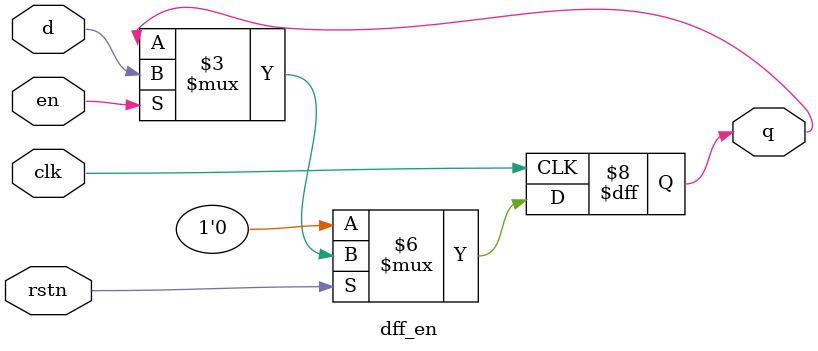
<source format=sv>
module dff_en (
    input clk, rstn, en,
    input d,
    output reg q
);
always @(posedge clk) begin
    if (!rstn)  q <= 0;
    else if (en) q <= d;
end
endmodule
</source>
